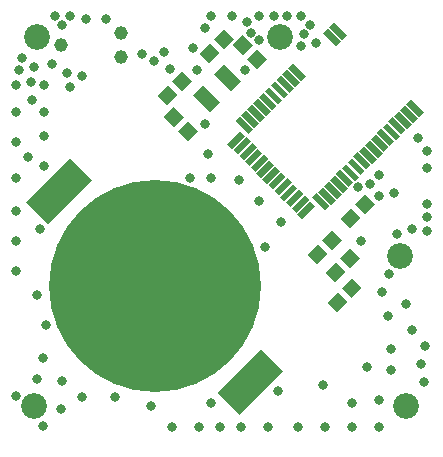
<source format=gts>
G75*
%MOIN*%
%OFA0B0*%
%FSLAX25Y25*%
%IPPOS*%
%LPD*%
%AMOC8*
5,1,8,0,0,1.08239X$1,22.5*
%
%ADD10C,0.08600*%
%ADD11C,0.04600*%
%ADD12R,0.04931X0.04537*%
%ADD13R,0.04931X0.08080*%
%ADD14C,0.70679*%
%ADD15R,0.10443X0.20679*%
%ADD16R,0.06112X0.02175*%
%ADD17C,0.03300*%
D10*
X0026558Y0025840D03*
X0148558Y0075840D03*
X0150558Y0025840D03*
X0108558Y0148840D03*
X0027558Y0148840D03*
D11*
X0035558Y0146340D03*
X0055558Y0142340D03*
X0055558Y0150340D03*
D12*
G36*
X0072578Y0134067D02*
X0076063Y0137552D01*
X0079270Y0134345D01*
X0075785Y0130860D01*
X0072578Y0134067D01*
G37*
G36*
X0067846Y0129335D02*
X0071331Y0132820D01*
X0074538Y0129613D01*
X0071053Y0126128D01*
X0067846Y0129335D01*
G37*
G36*
X0073053Y0125552D02*
X0076538Y0122067D01*
X0073331Y0118860D01*
X0069846Y0122345D01*
X0073053Y0125552D01*
G37*
G36*
X0077785Y0120820D02*
X0081270Y0117335D01*
X0078063Y0114128D01*
X0074578Y0117613D01*
X0077785Y0120820D01*
G37*
G36*
X0088538Y0143613D02*
X0085053Y0140128D01*
X0081846Y0143335D01*
X0085331Y0146820D01*
X0088538Y0143613D01*
G37*
G36*
X0093270Y0148345D02*
X0089785Y0144860D01*
X0086578Y0148067D01*
X0090063Y0151552D01*
X0093270Y0148345D01*
G37*
G36*
X0096053Y0149552D02*
X0099538Y0146067D01*
X0096331Y0142860D01*
X0092846Y0146345D01*
X0096053Y0149552D01*
G37*
G36*
X0100785Y0144820D02*
X0104270Y0141335D01*
X0101063Y0138128D01*
X0097578Y0141613D01*
X0100785Y0144820D01*
G37*
G36*
X0140270Y0093345D02*
X0136785Y0089860D01*
X0133578Y0093067D01*
X0137063Y0096552D01*
X0140270Y0093345D01*
G37*
G36*
X0135538Y0088613D02*
X0132053Y0085128D01*
X0128846Y0088335D01*
X0132331Y0091820D01*
X0135538Y0088613D01*
G37*
G36*
X0129270Y0081345D02*
X0125785Y0077860D01*
X0122578Y0081067D01*
X0126063Y0084552D01*
X0129270Y0081345D01*
G37*
G36*
X0135270Y0075345D02*
X0131785Y0071860D01*
X0128578Y0075067D01*
X0132063Y0078552D01*
X0135270Y0075345D01*
G37*
G36*
X0130538Y0070613D02*
X0127053Y0067128D01*
X0123846Y0070335D01*
X0127331Y0073820D01*
X0130538Y0070613D01*
G37*
G36*
X0135770Y0065345D02*
X0132285Y0061860D01*
X0129078Y0065067D01*
X0132563Y0068552D01*
X0135770Y0065345D01*
G37*
G36*
X0131038Y0060613D02*
X0127553Y0057128D01*
X0124346Y0060335D01*
X0127831Y0063820D01*
X0131038Y0060613D01*
G37*
G36*
X0124538Y0076613D02*
X0121053Y0073128D01*
X0117846Y0076335D01*
X0121331Y0079820D01*
X0124538Y0076613D01*
G37*
D13*
G36*
X0079479Y0129473D02*
X0082965Y0132959D01*
X0088677Y0127247D01*
X0085191Y0123761D01*
X0079479Y0129473D01*
G37*
G36*
X0086439Y0136433D02*
X0089925Y0139919D01*
X0095637Y0134207D01*
X0092151Y0130721D01*
X0086439Y0136433D01*
G37*
D14*
X0066861Y0065694D03*
D15*
G36*
X0031368Y0086567D02*
X0023984Y0093951D01*
X0038604Y0108571D01*
X0045988Y0101187D01*
X0031368Y0086567D01*
G37*
G36*
X0095119Y0022816D02*
X0087735Y0030200D01*
X0102355Y0044820D01*
X0109739Y0037436D01*
X0095119Y0022816D01*
G37*
D16*
G36*
X0120238Y0092598D02*
X0115917Y0088277D01*
X0114380Y0089814D01*
X0118701Y0094135D01*
X0120238Y0092598D01*
G37*
G36*
X0123712Y0091061D02*
X0119391Y0095382D01*
X0120928Y0096919D01*
X0125249Y0092598D01*
X0123712Y0091061D01*
G37*
G36*
X0125660Y0093010D02*
X0121339Y0097331D01*
X0122876Y0098868D01*
X0127197Y0094547D01*
X0125660Y0093010D01*
G37*
G36*
X0127609Y0094959D02*
X0123288Y0099280D01*
X0124825Y0100817D01*
X0129146Y0096496D01*
X0127609Y0094959D01*
G37*
G36*
X0129558Y0096907D02*
X0125237Y0101228D01*
X0126774Y0102765D01*
X0131095Y0098444D01*
X0129558Y0096907D01*
G37*
G36*
X0131507Y0098856D02*
X0127186Y0103177D01*
X0128723Y0104714D01*
X0133044Y0100393D01*
X0131507Y0098856D01*
G37*
G36*
X0133455Y0100805D02*
X0129134Y0105126D01*
X0130671Y0106663D01*
X0134992Y0102342D01*
X0133455Y0100805D01*
G37*
G36*
X0135404Y0102754D02*
X0131083Y0107075D01*
X0132620Y0108612D01*
X0136941Y0104291D01*
X0135404Y0102754D01*
G37*
G36*
X0137353Y0104702D02*
X0133032Y0109023D01*
X0134569Y0110560D01*
X0138890Y0106239D01*
X0137353Y0104702D01*
G37*
G36*
X0139301Y0106651D02*
X0134980Y0110972D01*
X0136517Y0112509D01*
X0140838Y0108188D01*
X0139301Y0106651D01*
G37*
G36*
X0141250Y0108600D02*
X0136929Y0112921D01*
X0138466Y0114458D01*
X0142787Y0110137D01*
X0141250Y0108600D01*
G37*
G36*
X0143199Y0110549D02*
X0138878Y0114870D01*
X0140415Y0116407D01*
X0144736Y0112086D01*
X0143199Y0110549D01*
G37*
G36*
X0145148Y0112497D02*
X0140827Y0116818D01*
X0142364Y0118355D01*
X0146685Y0114034D01*
X0145148Y0112497D01*
G37*
G36*
X0147096Y0114446D02*
X0142775Y0118767D01*
X0144312Y0120304D01*
X0148633Y0115983D01*
X0147096Y0114446D01*
G37*
G36*
X0149045Y0116395D02*
X0144724Y0120716D01*
X0146261Y0122253D01*
X0150582Y0117932D01*
X0149045Y0116395D01*
G37*
G36*
X0150994Y0118343D02*
X0146673Y0122664D01*
X0148210Y0124201D01*
X0152531Y0119880D01*
X0150994Y0118343D01*
G37*
G36*
X0152943Y0120292D02*
X0148622Y0124613D01*
X0150159Y0126150D01*
X0154480Y0121829D01*
X0152943Y0120292D01*
G37*
G36*
X0154891Y0122241D02*
X0150570Y0126562D01*
X0152107Y0128099D01*
X0156428Y0123778D01*
X0154891Y0122241D01*
G37*
G36*
X0127331Y0145904D02*
X0123010Y0150225D01*
X0124547Y0151762D01*
X0128868Y0147441D01*
X0127331Y0145904D01*
G37*
G36*
X0129280Y0147853D02*
X0124959Y0152174D01*
X0126496Y0153711D01*
X0130817Y0149390D01*
X0129280Y0147853D01*
G37*
G36*
X0115638Y0134212D02*
X0111317Y0138533D01*
X0112854Y0140070D01*
X0117175Y0135749D01*
X0115638Y0134212D01*
G37*
G36*
X0113690Y0132263D02*
X0109369Y0136584D01*
X0110906Y0138121D01*
X0115227Y0133800D01*
X0113690Y0132263D01*
G37*
G36*
X0111741Y0130314D02*
X0107420Y0134635D01*
X0108957Y0136172D01*
X0113278Y0131851D01*
X0111741Y0130314D01*
G37*
G36*
X0109792Y0128365D02*
X0105471Y0132686D01*
X0107008Y0134223D01*
X0111329Y0129902D01*
X0109792Y0128365D01*
G37*
G36*
X0107844Y0126417D02*
X0103523Y0130738D01*
X0105060Y0132275D01*
X0109381Y0127954D01*
X0107844Y0126417D01*
G37*
G36*
X0105895Y0124468D02*
X0101574Y0128789D01*
X0103111Y0130326D01*
X0107432Y0126005D01*
X0105895Y0124468D01*
G37*
G36*
X0103946Y0122519D02*
X0099625Y0126840D01*
X0101162Y0128377D01*
X0105483Y0124056D01*
X0103946Y0122519D01*
G37*
G36*
X0101997Y0120570D02*
X0097676Y0124891D01*
X0099213Y0126428D01*
X0103534Y0122107D01*
X0101997Y0120570D01*
G37*
G36*
X0100049Y0118622D02*
X0095728Y0122943D01*
X0097265Y0124480D01*
X0101586Y0120159D01*
X0100049Y0118622D01*
G37*
G36*
X0098100Y0116673D02*
X0093779Y0120994D01*
X0095316Y0122531D01*
X0099637Y0118210D01*
X0098100Y0116673D01*
G37*
G36*
X0098802Y0114034D02*
X0094481Y0109713D01*
X0092944Y0111250D01*
X0097265Y0115571D01*
X0098802Y0114034D01*
G37*
G36*
X0100751Y0112086D02*
X0096430Y0107765D01*
X0094893Y0109302D01*
X0099214Y0113623D01*
X0100751Y0112086D01*
G37*
G36*
X0102699Y0110137D02*
X0098378Y0105816D01*
X0096841Y0107353D01*
X0101162Y0111674D01*
X0102699Y0110137D01*
G37*
G36*
X0104648Y0108188D02*
X0100327Y0103867D01*
X0098790Y0105404D01*
X0103111Y0109725D01*
X0104648Y0108188D01*
G37*
G36*
X0106597Y0106239D02*
X0102276Y0101918D01*
X0100739Y0103455D01*
X0105060Y0107776D01*
X0106597Y0106239D01*
G37*
G36*
X0108545Y0104291D02*
X0104224Y0099970D01*
X0102687Y0101507D01*
X0107008Y0105828D01*
X0108545Y0104291D01*
G37*
G36*
X0110494Y0102342D02*
X0106173Y0098021D01*
X0104636Y0099558D01*
X0108957Y0103879D01*
X0110494Y0102342D01*
G37*
G36*
X0112443Y0100393D02*
X0108122Y0096072D01*
X0106585Y0097609D01*
X0110906Y0101930D01*
X0112443Y0100393D01*
G37*
G36*
X0114392Y0098445D02*
X0110071Y0094124D01*
X0108534Y0095661D01*
X0112855Y0099982D01*
X0114392Y0098445D01*
G37*
G36*
X0116340Y0096496D02*
X0112019Y0092175D01*
X0110482Y0093712D01*
X0114803Y0098033D01*
X0116340Y0096496D01*
G37*
G36*
X0118289Y0094547D02*
X0113968Y0090226D01*
X0112431Y0091763D01*
X0116752Y0096084D01*
X0118289Y0094547D01*
G37*
G36*
X0096853Y0115983D02*
X0092532Y0111662D01*
X0090995Y0113199D01*
X0095316Y0117520D01*
X0096853Y0115983D01*
G37*
D17*
X0084558Y0109840D03*
X0085558Y0101840D03*
X0078558Y0101840D03*
X0095058Y0101340D03*
X0101558Y0094340D03*
X0109058Y0087340D03*
X0103558Y0078840D03*
X0135558Y0080840D03*
X0147558Y0083340D03*
X0152558Y0084840D03*
X0157558Y0084340D03*
X0157558Y0088840D03*
X0157558Y0093340D03*
X0146558Y0096840D03*
X0141558Y0095840D03*
X0138558Y0099840D03*
X0134558Y0098840D03*
X0141558Y0102840D03*
X0154558Y0115340D03*
X0157558Y0110840D03*
X0157558Y0105340D03*
X0145058Y0069840D03*
X0142558Y0063840D03*
X0144558Y0055840D03*
X0150558Y0059840D03*
X0152558Y0051340D03*
X0157058Y0045840D03*
X0155558Y0039840D03*
X0156558Y0033840D03*
X0145558Y0037840D03*
X0145558Y0044840D03*
X0137558Y0038840D03*
X0141558Y0027840D03*
X0141558Y0018840D03*
X0132558Y0018840D03*
X0132558Y0026840D03*
X0123058Y0032840D03*
X0123558Y0018840D03*
X0114558Y0018840D03*
X0104558Y0018840D03*
X0095558Y0018840D03*
X0088558Y0018840D03*
X0081558Y0018840D03*
X0085558Y0026840D03*
X0072558Y0018840D03*
X0065558Y0025840D03*
X0053558Y0028840D03*
X0042558Y0028840D03*
X0035558Y0024840D03*
X0029558Y0019340D03*
X0020558Y0029340D03*
X0027558Y0034840D03*
X0029558Y0041840D03*
X0036058Y0034340D03*
X0030558Y0052840D03*
X0027558Y0062840D03*
X0020558Y0070840D03*
X0020558Y0080840D03*
X0028558Y0084840D03*
X0020558Y0090840D03*
X0020558Y0101840D03*
X0024558Y0108840D03*
X0020558Y0113840D03*
X0020558Y0123840D03*
X0026058Y0127840D03*
X0030058Y0123840D03*
X0030058Y0115840D03*
X0030058Y0105840D03*
X0038558Y0132076D03*
X0037558Y0136840D03*
X0042558Y0135840D03*
X0032558Y0139840D03*
X0026558Y0138840D03*
X0022558Y0141840D03*
X0021558Y0137840D03*
X0020558Y0132840D03*
X0025558Y0133840D03*
X0030058Y0132840D03*
X0036058Y0152840D03*
X0038558Y0155840D03*
X0033558Y0155840D03*
X0044058Y0154840D03*
X0050558Y0154840D03*
X0062558Y0143340D03*
X0066558Y0140840D03*
X0070058Y0143840D03*
X0072058Y0138340D03*
X0081058Y0137840D03*
X0079558Y0145340D03*
X0083558Y0151840D03*
X0085558Y0155840D03*
X0092558Y0155840D03*
X0097558Y0153840D03*
X0099058Y0150340D03*
X0101558Y0147840D03*
X0101558Y0155840D03*
X0106558Y0155840D03*
X0111058Y0155840D03*
X0115558Y0155840D03*
X0118558Y0152840D03*
X0116558Y0149840D03*
X0115558Y0145840D03*
X0120558Y0146840D03*
X0097058Y0137840D03*
X0083558Y0119840D03*
X0108058Y0030840D03*
M02*

</source>
